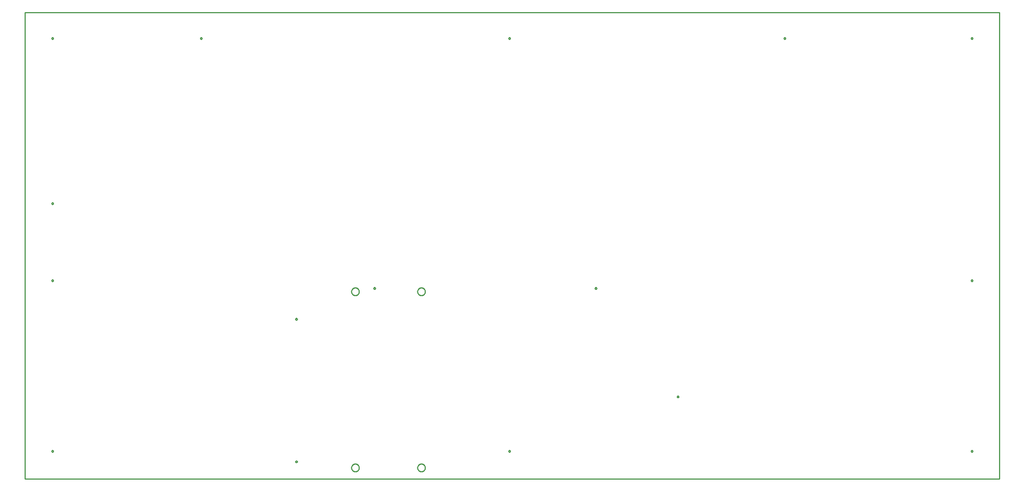
<source format=gbr>
G04 EAGLE Gerber RS-274X export*
G75*
%MOMM*%
%FSLAX34Y34*%
%LPD*%
%AMOC8*
5,1,8,0,0,1.08239X$1,22.5*%
G01*
%ADD10C,0.254000*%


D10*
X0Y0D02*
X2247700Y0D01*
X2247700Y1076200D01*
X0Y1076200D01*
X0Y0D01*
X808355Y439232D02*
X808282Y438864D01*
X808138Y438518D01*
X807930Y438206D01*
X807664Y437940D01*
X807352Y437732D01*
X807006Y437588D01*
X806638Y437515D01*
X806262Y437515D01*
X805894Y437588D01*
X805548Y437732D01*
X805236Y437940D01*
X804970Y438206D01*
X804762Y438518D01*
X804618Y438864D01*
X804545Y439232D01*
X804545Y439608D01*
X804618Y439976D01*
X804762Y440322D01*
X804970Y440634D01*
X805236Y440900D01*
X805548Y441108D01*
X805894Y441252D01*
X806262Y441325D01*
X806638Y441325D01*
X807006Y441252D01*
X807352Y441108D01*
X807664Y440900D01*
X807930Y440634D01*
X808138Y440322D01*
X808282Y439976D01*
X808355Y439608D01*
X808355Y439232D01*
X628015Y368112D02*
X627942Y367744D01*
X627798Y367398D01*
X627590Y367086D01*
X627324Y366820D01*
X627012Y366612D01*
X626666Y366468D01*
X626298Y366395D01*
X625922Y366395D01*
X625554Y366468D01*
X625208Y366612D01*
X624896Y366820D01*
X624630Y367086D01*
X624422Y367398D01*
X624278Y367744D01*
X624205Y368112D01*
X624205Y368488D01*
X624278Y368856D01*
X624422Y369202D01*
X624630Y369514D01*
X624896Y369780D01*
X625208Y369988D01*
X625554Y370132D01*
X625922Y370205D01*
X626298Y370205D01*
X626666Y370132D01*
X627012Y369988D01*
X627324Y369780D01*
X627590Y369514D01*
X627798Y369202D01*
X627942Y368856D01*
X628015Y368488D01*
X628015Y368112D01*
X628015Y39182D02*
X627942Y38814D01*
X627798Y38468D01*
X627590Y38156D01*
X627324Y37890D01*
X627012Y37682D01*
X626666Y37538D01*
X626298Y37465D01*
X625922Y37465D01*
X625554Y37538D01*
X625208Y37682D01*
X624896Y37890D01*
X624630Y38156D01*
X624422Y38468D01*
X624278Y38814D01*
X624205Y39182D01*
X624205Y39558D01*
X624278Y39926D01*
X624422Y40272D01*
X624630Y40584D01*
X624896Y40850D01*
X625208Y41058D01*
X625554Y41202D01*
X625922Y41275D01*
X626298Y41275D01*
X626666Y41202D01*
X627012Y41058D01*
X627324Y40850D01*
X627590Y40584D01*
X627798Y40272D01*
X627942Y39926D01*
X628015Y39558D01*
X628015Y39182D01*
X1508125Y189042D02*
X1508052Y188674D01*
X1507908Y188328D01*
X1507700Y188016D01*
X1507434Y187750D01*
X1507122Y187542D01*
X1506776Y187398D01*
X1506408Y187325D01*
X1506032Y187325D01*
X1505664Y187398D01*
X1505318Y187542D01*
X1505006Y187750D01*
X1504740Y188016D01*
X1504532Y188328D01*
X1504388Y188674D01*
X1504315Y189042D01*
X1504315Y189418D01*
X1504388Y189786D01*
X1504532Y190132D01*
X1504740Y190444D01*
X1505006Y190710D01*
X1505318Y190918D01*
X1505664Y191062D01*
X1506032Y191135D01*
X1506408Y191135D01*
X1506776Y191062D01*
X1507122Y190918D01*
X1507434Y190710D01*
X1507700Y190444D01*
X1507908Y190132D01*
X1508052Y189786D01*
X1508125Y189418D01*
X1508125Y189042D01*
X1318895Y439232D02*
X1318822Y438864D01*
X1318678Y438518D01*
X1318470Y438206D01*
X1318204Y437940D01*
X1317892Y437732D01*
X1317546Y437588D01*
X1317178Y437515D01*
X1316802Y437515D01*
X1316434Y437588D01*
X1316088Y437732D01*
X1315776Y437940D01*
X1315510Y438206D01*
X1315302Y438518D01*
X1315158Y438864D01*
X1315085Y439232D01*
X1315085Y439608D01*
X1315158Y439976D01*
X1315302Y440322D01*
X1315510Y440634D01*
X1315776Y440900D01*
X1316088Y441108D01*
X1316434Y441252D01*
X1316802Y441325D01*
X1317178Y441325D01*
X1317546Y441252D01*
X1317892Y441108D01*
X1318204Y440900D01*
X1318470Y440634D01*
X1318678Y440322D01*
X1318822Y439976D01*
X1318895Y439608D01*
X1318895Y439232D01*
X65405Y1015812D02*
X65332Y1015444D01*
X65188Y1015098D01*
X64980Y1014786D01*
X64714Y1014520D01*
X64402Y1014312D01*
X64056Y1014168D01*
X63688Y1014095D01*
X63312Y1014095D01*
X62944Y1014168D01*
X62598Y1014312D01*
X62286Y1014520D01*
X62020Y1014786D01*
X61812Y1015098D01*
X61668Y1015444D01*
X61595Y1015812D01*
X61595Y1016188D01*
X61668Y1016556D01*
X61812Y1016902D01*
X62020Y1017214D01*
X62286Y1017480D01*
X62598Y1017688D01*
X62944Y1017832D01*
X63312Y1017905D01*
X63688Y1017905D01*
X64056Y1017832D01*
X64402Y1017688D01*
X64714Y1017480D01*
X64980Y1017214D01*
X65188Y1016902D01*
X65332Y1016556D01*
X65405Y1016188D01*
X65405Y1015812D01*
X65405Y63312D02*
X65332Y62944D01*
X65188Y62598D01*
X64980Y62286D01*
X64714Y62020D01*
X64402Y61812D01*
X64056Y61668D01*
X63688Y61595D01*
X63312Y61595D01*
X62944Y61668D01*
X62598Y61812D01*
X62286Y62020D01*
X62020Y62286D01*
X61812Y62598D01*
X61668Y62944D01*
X61595Y63312D01*
X61595Y63688D01*
X61668Y64056D01*
X61812Y64402D01*
X62020Y64714D01*
X62286Y64980D01*
X62598Y65188D01*
X62944Y65332D01*
X63312Y65405D01*
X63688Y65405D01*
X64056Y65332D01*
X64402Y65188D01*
X64714Y64980D01*
X64980Y64714D01*
X65188Y64402D01*
X65332Y64056D01*
X65405Y63688D01*
X65405Y63312D01*
X2186305Y63312D02*
X2186232Y62944D01*
X2186088Y62598D01*
X2185880Y62286D01*
X2185614Y62020D01*
X2185302Y61812D01*
X2184956Y61668D01*
X2184588Y61595D01*
X2184212Y61595D01*
X2183844Y61668D01*
X2183498Y61812D01*
X2183186Y62020D01*
X2182920Y62286D01*
X2182712Y62598D01*
X2182568Y62944D01*
X2182495Y63312D01*
X2182495Y63688D01*
X2182568Y64056D01*
X2182712Y64402D01*
X2182920Y64714D01*
X2183186Y64980D01*
X2183498Y65188D01*
X2183844Y65332D01*
X2184212Y65405D01*
X2184588Y65405D01*
X2184956Y65332D01*
X2185302Y65188D01*
X2185614Y64980D01*
X2185880Y64714D01*
X2186088Y64402D01*
X2186232Y64056D01*
X2186305Y63688D01*
X2186305Y63312D01*
X2186305Y1015812D02*
X2186232Y1015444D01*
X2186088Y1015098D01*
X2185880Y1014786D01*
X2185614Y1014520D01*
X2185302Y1014312D01*
X2184956Y1014168D01*
X2184588Y1014095D01*
X2184212Y1014095D01*
X2183844Y1014168D01*
X2183498Y1014312D01*
X2183186Y1014520D01*
X2182920Y1014786D01*
X2182712Y1015098D01*
X2182568Y1015444D01*
X2182495Y1015812D01*
X2182495Y1016188D01*
X2182568Y1016556D01*
X2182712Y1016902D01*
X2182920Y1017214D01*
X2183186Y1017480D01*
X2183498Y1017688D01*
X2183844Y1017832D01*
X2184212Y1017905D01*
X2184588Y1017905D01*
X2184956Y1017832D01*
X2185302Y1017688D01*
X2185614Y1017480D01*
X2185880Y1017214D01*
X2186088Y1016902D01*
X2186232Y1016556D01*
X2186305Y1016188D01*
X2186305Y1015812D01*
X1119505Y1015812D02*
X1119432Y1015444D01*
X1119288Y1015098D01*
X1119080Y1014786D01*
X1118814Y1014520D01*
X1118502Y1014312D01*
X1118156Y1014168D01*
X1117788Y1014095D01*
X1117412Y1014095D01*
X1117044Y1014168D01*
X1116698Y1014312D01*
X1116386Y1014520D01*
X1116120Y1014786D01*
X1115912Y1015098D01*
X1115768Y1015444D01*
X1115695Y1015812D01*
X1115695Y1016188D01*
X1115768Y1016556D01*
X1115912Y1016902D01*
X1116120Y1017214D01*
X1116386Y1017480D01*
X1116698Y1017688D01*
X1117044Y1017832D01*
X1117412Y1017905D01*
X1117788Y1017905D01*
X1118156Y1017832D01*
X1118502Y1017688D01*
X1118814Y1017480D01*
X1119080Y1017214D01*
X1119288Y1016902D01*
X1119432Y1016556D01*
X1119505Y1016188D01*
X1119505Y1015812D01*
X1119505Y63312D02*
X1119432Y62944D01*
X1119288Y62598D01*
X1119080Y62286D01*
X1118814Y62020D01*
X1118502Y61812D01*
X1118156Y61668D01*
X1117788Y61595D01*
X1117412Y61595D01*
X1117044Y61668D01*
X1116698Y61812D01*
X1116386Y62020D01*
X1116120Y62286D01*
X1115912Y62598D01*
X1115768Y62944D01*
X1115695Y63312D01*
X1115695Y63688D01*
X1115768Y64056D01*
X1115912Y64402D01*
X1116120Y64714D01*
X1116386Y64980D01*
X1116698Y65188D01*
X1117044Y65332D01*
X1117412Y65405D01*
X1117788Y65405D01*
X1118156Y65332D01*
X1118502Y65188D01*
X1118814Y64980D01*
X1119080Y64714D01*
X1119288Y64402D01*
X1119432Y64056D01*
X1119505Y63688D01*
X1119505Y63312D01*
X1754505Y1015812D02*
X1754432Y1015444D01*
X1754288Y1015098D01*
X1754080Y1014786D01*
X1753814Y1014520D01*
X1753502Y1014312D01*
X1753156Y1014168D01*
X1752788Y1014095D01*
X1752412Y1014095D01*
X1752044Y1014168D01*
X1751698Y1014312D01*
X1751386Y1014520D01*
X1751120Y1014786D01*
X1750912Y1015098D01*
X1750768Y1015444D01*
X1750695Y1015812D01*
X1750695Y1016188D01*
X1750768Y1016556D01*
X1750912Y1016902D01*
X1751120Y1017214D01*
X1751386Y1017480D01*
X1751698Y1017688D01*
X1752044Y1017832D01*
X1752412Y1017905D01*
X1752788Y1017905D01*
X1753156Y1017832D01*
X1753502Y1017688D01*
X1753814Y1017480D01*
X1754080Y1017214D01*
X1754288Y1016902D01*
X1754432Y1016556D01*
X1754505Y1016188D01*
X1754505Y1015812D01*
X408305Y1015812D02*
X408232Y1015444D01*
X408088Y1015098D01*
X407880Y1014786D01*
X407614Y1014520D01*
X407302Y1014312D01*
X406956Y1014168D01*
X406588Y1014095D01*
X406212Y1014095D01*
X405844Y1014168D01*
X405498Y1014312D01*
X405186Y1014520D01*
X404920Y1014786D01*
X404712Y1015098D01*
X404568Y1015444D01*
X404495Y1015812D01*
X404495Y1016188D01*
X404568Y1016556D01*
X404712Y1016902D01*
X404920Y1017214D01*
X405186Y1017480D01*
X405498Y1017688D01*
X405844Y1017832D01*
X406212Y1017905D01*
X406588Y1017905D01*
X406956Y1017832D01*
X407302Y1017688D01*
X407614Y1017480D01*
X407880Y1017214D01*
X408088Y1016902D01*
X408232Y1016556D01*
X408305Y1016188D01*
X408305Y1015812D01*
X65405Y457012D02*
X65332Y456644D01*
X65188Y456298D01*
X64980Y455986D01*
X64714Y455720D01*
X64402Y455512D01*
X64056Y455368D01*
X63688Y455295D01*
X63312Y455295D01*
X62944Y455368D01*
X62598Y455512D01*
X62286Y455720D01*
X62020Y455986D01*
X61812Y456298D01*
X61668Y456644D01*
X61595Y457012D01*
X61595Y457388D01*
X61668Y457756D01*
X61812Y458102D01*
X62020Y458414D01*
X62286Y458680D01*
X62598Y458888D01*
X62944Y459032D01*
X63312Y459105D01*
X63688Y459105D01*
X64056Y459032D01*
X64402Y458888D01*
X64714Y458680D01*
X64980Y458414D01*
X65188Y458102D01*
X65332Y457756D01*
X65405Y457388D01*
X65405Y457012D01*
X65405Y634812D02*
X65332Y634444D01*
X65188Y634098D01*
X64980Y633786D01*
X64714Y633520D01*
X64402Y633312D01*
X64056Y633168D01*
X63688Y633095D01*
X63312Y633095D01*
X62944Y633168D01*
X62598Y633312D01*
X62286Y633520D01*
X62020Y633786D01*
X61812Y634098D01*
X61668Y634444D01*
X61595Y634812D01*
X61595Y635188D01*
X61668Y635556D01*
X61812Y635902D01*
X62020Y636214D01*
X62286Y636480D01*
X62598Y636688D01*
X62944Y636832D01*
X63312Y636905D01*
X63688Y636905D01*
X64056Y636832D01*
X64402Y636688D01*
X64714Y636480D01*
X64980Y636214D01*
X65188Y635902D01*
X65332Y635556D01*
X65405Y635188D01*
X65405Y634812D01*
X2186305Y457012D02*
X2186232Y456644D01*
X2186088Y456298D01*
X2185880Y455986D01*
X2185614Y455720D01*
X2185302Y455512D01*
X2184956Y455368D01*
X2184588Y455295D01*
X2184212Y455295D01*
X2183844Y455368D01*
X2183498Y455512D01*
X2183186Y455720D01*
X2182920Y455986D01*
X2182712Y456298D01*
X2182568Y456644D01*
X2182495Y457012D01*
X2182495Y457388D01*
X2182568Y457756D01*
X2182712Y458102D01*
X2182920Y458414D01*
X2183186Y458680D01*
X2183498Y458888D01*
X2183844Y459032D01*
X2184212Y459105D01*
X2184588Y459105D01*
X2184956Y459032D01*
X2185302Y458888D01*
X2185614Y458680D01*
X2185880Y458414D01*
X2186088Y458102D01*
X2186232Y457756D01*
X2186305Y457388D01*
X2186305Y457012D01*
X914788Y34290D02*
X915561Y34222D01*
X916326Y34088D01*
X917076Y33887D01*
X917805Y33621D01*
X918509Y33293D01*
X919181Y32905D01*
X919817Y32460D01*
X920412Y31961D01*
X920961Y31412D01*
X921460Y30817D01*
X921905Y30181D01*
X922293Y29509D01*
X922621Y28805D01*
X922887Y28076D01*
X923088Y27326D01*
X923222Y26561D01*
X923290Y25788D01*
X923290Y25012D01*
X923222Y24239D01*
X923088Y23474D01*
X922887Y22724D01*
X922621Y21995D01*
X922293Y21291D01*
X921905Y20619D01*
X921460Y19983D01*
X920961Y19388D01*
X920412Y18839D01*
X919817Y18340D01*
X919181Y17895D01*
X918509Y17507D01*
X917805Y17179D01*
X917076Y16913D01*
X916326Y16712D01*
X915561Y16578D01*
X914788Y16510D01*
X914012Y16510D01*
X913239Y16578D01*
X912474Y16712D01*
X911724Y16913D01*
X910995Y17179D01*
X910291Y17507D01*
X909619Y17895D01*
X908983Y18340D01*
X908388Y18839D01*
X907839Y19388D01*
X907340Y19983D01*
X906895Y20619D01*
X906507Y21291D01*
X906179Y21995D01*
X905913Y22724D01*
X905712Y23474D01*
X905578Y24239D01*
X905510Y25012D01*
X905510Y25788D01*
X905578Y26561D01*
X905712Y27326D01*
X905913Y28076D01*
X906179Y28805D01*
X906507Y29509D01*
X906895Y30181D01*
X907340Y30817D01*
X907839Y31412D01*
X908388Y31961D01*
X908983Y32460D01*
X909619Y32905D01*
X910291Y33293D01*
X910995Y33621D01*
X911724Y33887D01*
X912474Y34088D01*
X913239Y34222D01*
X914012Y34290D01*
X914788Y34290D01*
X762388Y34290D02*
X763161Y34222D01*
X763926Y34088D01*
X764676Y33887D01*
X765405Y33621D01*
X766109Y33293D01*
X766781Y32905D01*
X767417Y32460D01*
X768012Y31961D01*
X768561Y31412D01*
X769060Y30817D01*
X769505Y30181D01*
X769893Y29509D01*
X770221Y28805D01*
X770487Y28076D01*
X770688Y27326D01*
X770822Y26561D01*
X770890Y25788D01*
X770890Y25012D01*
X770822Y24239D01*
X770688Y23474D01*
X770487Y22724D01*
X770221Y21995D01*
X769893Y21291D01*
X769505Y20619D01*
X769060Y19983D01*
X768561Y19388D01*
X768012Y18839D01*
X767417Y18340D01*
X766781Y17895D01*
X766109Y17507D01*
X765405Y17179D01*
X764676Y16913D01*
X763926Y16712D01*
X763161Y16578D01*
X762388Y16510D01*
X761612Y16510D01*
X760839Y16578D01*
X760074Y16712D01*
X759324Y16913D01*
X758595Y17179D01*
X757891Y17507D01*
X757219Y17895D01*
X756583Y18340D01*
X755988Y18839D01*
X755439Y19388D01*
X754940Y19983D01*
X754495Y20619D01*
X754107Y21291D01*
X753779Y21995D01*
X753513Y22724D01*
X753312Y23474D01*
X753178Y24239D01*
X753110Y25012D01*
X753110Y25788D01*
X753178Y26561D01*
X753312Y27326D01*
X753513Y28076D01*
X753779Y28805D01*
X754107Y29509D01*
X754495Y30181D01*
X754940Y30817D01*
X755439Y31412D01*
X755988Y31961D01*
X756583Y32460D01*
X757219Y32905D01*
X757891Y33293D01*
X758595Y33621D01*
X759324Y33887D01*
X760074Y34088D01*
X760839Y34222D01*
X761612Y34290D01*
X762388Y34290D01*
X762388Y440690D02*
X763161Y440622D01*
X763926Y440488D01*
X764676Y440287D01*
X765405Y440021D01*
X766109Y439693D01*
X766781Y439305D01*
X767417Y438860D01*
X768012Y438361D01*
X768561Y437812D01*
X769060Y437217D01*
X769505Y436581D01*
X769893Y435909D01*
X770221Y435205D01*
X770487Y434476D01*
X770688Y433726D01*
X770822Y432961D01*
X770890Y432188D01*
X770890Y431412D01*
X770822Y430639D01*
X770688Y429874D01*
X770487Y429124D01*
X770221Y428395D01*
X769893Y427691D01*
X769505Y427019D01*
X769060Y426383D01*
X768561Y425788D01*
X768012Y425239D01*
X767417Y424740D01*
X766781Y424295D01*
X766109Y423907D01*
X765405Y423579D01*
X764676Y423313D01*
X763926Y423112D01*
X763161Y422978D01*
X762388Y422910D01*
X761612Y422910D01*
X760839Y422978D01*
X760074Y423112D01*
X759324Y423313D01*
X758595Y423579D01*
X757891Y423907D01*
X757219Y424295D01*
X756583Y424740D01*
X755988Y425239D01*
X755439Y425788D01*
X754940Y426383D01*
X754495Y427019D01*
X754107Y427691D01*
X753779Y428395D01*
X753513Y429124D01*
X753312Y429874D01*
X753178Y430639D01*
X753110Y431412D01*
X753110Y432188D01*
X753178Y432961D01*
X753312Y433726D01*
X753513Y434476D01*
X753779Y435205D01*
X754107Y435909D01*
X754495Y436581D01*
X754940Y437217D01*
X755439Y437812D01*
X755988Y438361D01*
X756583Y438860D01*
X757219Y439305D01*
X757891Y439693D01*
X758595Y440021D01*
X759324Y440287D01*
X760074Y440488D01*
X760839Y440622D01*
X761612Y440690D01*
X762388Y440690D01*
X914788Y440690D02*
X915561Y440622D01*
X916326Y440488D01*
X917076Y440287D01*
X917805Y440021D01*
X918509Y439693D01*
X919181Y439305D01*
X919817Y438860D01*
X920412Y438361D01*
X920961Y437812D01*
X921460Y437217D01*
X921905Y436581D01*
X922293Y435909D01*
X922621Y435205D01*
X922887Y434476D01*
X923088Y433726D01*
X923222Y432961D01*
X923290Y432188D01*
X923290Y431412D01*
X923222Y430639D01*
X923088Y429874D01*
X922887Y429124D01*
X922621Y428395D01*
X922293Y427691D01*
X921905Y427019D01*
X921460Y426383D01*
X920961Y425788D01*
X920412Y425239D01*
X919817Y424740D01*
X919181Y424295D01*
X918509Y423907D01*
X917805Y423579D01*
X917076Y423313D01*
X916326Y423112D01*
X915561Y422978D01*
X914788Y422910D01*
X914012Y422910D01*
X913239Y422978D01*
X912474Y423112D01*
X911724Y423313D01*
X910995Y423579D01*
X910291Y423907D01*
X909619Y424295D01*
X908983Y424740D01*
X908388Y425239D01*
X907839Y425788D01*
X907340Y426383D01*
X906895Y427019D01*
X906507Y427691D01*
X906179Y428395D01*
X905913Y429124D01*
X905712Y429874D01*
X905578Y430639D01*
X905510Y431412D01*
X905510Y432188D01*
X905578Y432961D01*
X905712Y433726D01*
X905913Y434476D01*
X906179Y435205D01*
X906507Y435909D01*
X906895Y436581D01*
X907340Y437217D01*
X907839Y437812D01*
X908388Y438361D01*
X908983Y438860D01*
X909619Y439305D01*
X910291Y439693D01*
X910995Y440021D01*
X911724Y440287D01*
X912474Y440488D01*
X913239Y440622D01*
X914012Y440690D01*
X914788Y440690D01*
M02*

</source>
